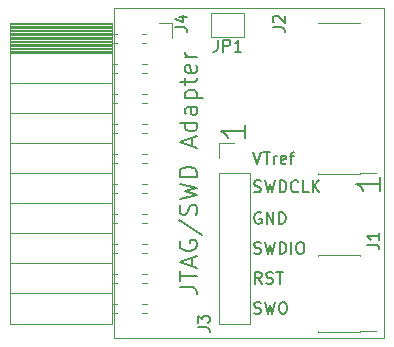
<source format=gbr>
G04 #@! TF.GenerationSoftware,KiCad,Pcbnew,(5.1.4)-1*
G04 #@! TF.CreationDate,2020-04-26T19:25:10+02:00*
G04 #@! TF.ProjectId,JtagArm20Adapter,4a746167-4172-46d3-9230-416461707465,rev?*
G04 #@! TF.SameCoordinates,Original*
G04 #@! TF.FileFunction,Legend,Top*
G04 #@! TF.FilePolarity,Positive*
%FSLAX46Y46*%
G04 Gerber Fmt 4.6, Leading zero omitted, Abs format (unit mm)*
G04 Created by KiCad (PCBNEW (5.1.4)-1) date 2020-04-26 19:25:10*
%MOMM*%
%LPD*%
G04 APERTURE LIST*
%ADD10C,0.160000*%
%ADD11C,0.200000*%
%ADD12C,0.050000*%
%ADD13C,0.120000*%
G04 APERTURE END LIST*
D10*
X150281476Y-105814761D02*
X150424333Y-105862380D01*
X150662428Y-105862380D01*
X150757666Y-105814761D01*
X150805285Y-105767142D01*
X150852904Y-105671904D01*
X150852904Y-105576666D01*
X150805285Y-105481428D01*
X150757666Y-105433809D01*
X150662428Y-105386190D01*
X150471952Y-105338571D01*
X150376714Y-105290952D01*
X150329095Y-105243333D01*
X150281476Y-105148095D01*
X150281476Y-105052857D01*
X150329095Y-104957619D01*
X150376714Y-104910000D01*
X150471952Y-104862380D01*
X150710047Y-104862380D01*
X150852904Y-104910000D01*
X151186238Y-104862380D02*
X151424333Y-105862380D01*
X151614809Y-105148095D01*
X151805285Y-105862380D01*
X152043380Y-104862380D01*
X152614809Y-104862380D02*
X152805285Y-104862380D01*
X152900523Y-104910000D01*
X152995761Y-105005238D01*
X153043380Y-105195714D01*
X153043380Y-105529047D01*
X152995761Y-105719523D01*
X152900523Y-105814761D01*
X152805285Y-105862380D01*
X152614809Y-105862380D01*
X152519571Y-105814761D01*
X152424333Y-105719523D01*
X152376714Y-105529047D01*
X152376714Y-105195714D01*
X152424333Y-105005238D01*
X152519571Y-104910000D01*
X152614809Y-104862380D01*
X150900523Y-103322380D02*
X150567190Y-102846190D01*
X150329095Y-103322380D02*
X150329095Y-102322380D01*
X150710047Y-102322380D01*
X150805285Y-102370000D01*
X150852904Y-102417619D01*
X150900523Y-102512857D01*
X150900523Y-102655714D01*
X150852904Y-102750952D01*
X150805285Y-102798571D01*
X150710047Y-102846190D01*
X150329095Y-102846190D01*
X151281476Y-103274761D02*
X151424333Y-103322380D01*
X151662428Y-103322380D01*
X151757666Y-103274761D01*
X151805285Y-103227142D01*
X151852904Y-103131904D01*
X151852904Y-103036666D01*
X151805285Y-102941428D01*
X151757666Y-102893809D01*
X151662428Y-102846190D01*
X151471952Y-102798571D01*
X151376714Y-102750952D01*
X151329095Y-102703333D01*
X151281476Y-102608095D01*
X151281476Y-102512857D01*
X151329095Y-102417619D01*
X151376714Y-102370000D01*
X151471952Y-102322380D01*
X151710047Y-102322380D01*
X151852904Y-102370000D01*
X152138619Y-102322380D02*
X152710047Y-102322380D01*
X152424333Y-103322380D02*
X152424333Y-102322380D01*
X150281476Y-100734761D02*
X150424333Y-100782380D01*
X150662428Y-100782380D01*
X150757666Y-100734761D01*
X150805285Y-100687142D01*
X150852904Y-100591904D01*
X150852904Y-100496666D01*
X150805285Y-100401428D01*
X150757666Y-100353809D01*
X150662428Y-100306190D01*
X150471952Y-100258571D01*
X150376714Y-100210952D01*
X150329095Y-100163333D01*
X150281476Y-100068095D01*
X150281476Y-99972857D01*
X150329095Y-99877619D01*
X150376714Y-99830000D01*
X150471952Y-99782380D01*
X150710047Y-99782380D01*
X150852904Y-99830000D01*
X151186238Y-99782380D02*
X151424333Y-100782380D01*
X151614809Y-100068095D01*
X151805285Y-100782380D01*
X152043380Y-99782380D01*
X152424333Y-100782380D02*
X152424333Y-99782380D01*
X152662428Y-99782380D01*
X152805285Y-99830000D01*
X152900523Y-99925238D01*
X152948142Y-100020476D01*
X152995761Y-100210952D01*
X152995761Y-100353809D01*
X152948142Y-100544285D01*
X152900523Y-100639523D01*
X152805285Y-100734761D01*
X152662428Y-100782380D01*
X152424333Y-100782380D01*
X153424333Y-100782380D02*
X153424333Y-99782380D01*
X154091000Y-99782380D02*
X154281476Y-99782380D01*
X154376714Y-99830000D01*
X154471952Y-99925238D01*
X154519571Y-100115714D01*
X154519571Y-100449047D01*
X154471952Y-100639523D01*
X154376714Y-100734761D01*
X154281476Y-100782380D01*
X154091000Y-100782380D01*
X153995761Y-100734761D01*
X153900523Y-100639523D01*
X153852904Y-100449047D01*
X153852904Y-100115714D01*
X153900523Y-99925238D01*
X153995761Y-99830000D01*
X154091000Y-99782380D01*
X150852904Y-97290000D02*
X150757666Y-97242380D01*
X150614809Y-97242380D01*
X150471952Y-97290000D01*
X150376714Y-97385238D01*
X150329095Y-97480476D01*
X150281476Y-97670952D01*
X150281476Y-97813809D01*
X150329095Y-98004285D01*
X150376714Y-98099523D01*
X150471952Y-98194761D01*
X150614809Y-98242380D01*
X150710047Y-98242380D01*
X150852904Y-98194761D01*
X150900523Y-98147142D01*
X150900523Y-97813809D01*
X150710047Y-97813809D01*
X151329095Y-98242380D02*
X151329095Y-97242380D01*
X151900523Y-98242380D01*
X151900523Y-97242380D01*
X152376714Y-98242380D02*
X152376714Y-97242380D01*
X152614809Y-97242380D01*
X152757666Y-97290000D01*
X152852904Y-97385238D01*
X152900523Y-97480476D01*
X152948142Y-97670952D01*
X152948142Y-97813809D01*
X152900523Y-98004285D01*
X152852904Y-98099523D01*
X152757666Y-98194761D01*
X152614809Y-98242380D01*
X152376714Y-98242380D01*
X150281476Y-95527761D02*
X150424333Y-95575380D01*
X150662428Y-95575380D01*
X150757666Y-95527761D01*
X150805285Y-95480142D01*
X150852904Y-95384904D01*
X150852904Y-95289666D01*
X150805285Y-95194428D01*
X150757666Y-95146809D01*
X150662428Y-95099190D01*
X150471952Y-95051571D01*
X150376714Y-95003952D01*
X150329095Y-94956333D01*
X150281476Y-94861095D01*
X150281476Y-94765857D01*
X150329095Y-94670619D01*
X150376714Y-94623000D01*
X150471952Y-94575380D01*
X150710047Y-94575380D01*
X150852904Y-94623000D01*
X151186238Y-94575380D02*
X151424333Y-95575380D01*
X151614809Y-94861095D01*
X151805285Y-95575380D01*
X152043380Y-94575380D01*
X152424333Y-95575380D02*
X152424333Y-94575380D01*
X152662428Y-94575380D01*
X152805285Y-94623000D01*
X152900523Y-94718238D01*
X152948142Y-94813476D01*
X152995761Y-95003952D01*
X152995761Y-95146809D01*
X152948142Y-95337285D01*
X152900523Y-95432523D01*
X152805285Y-95527761D01*
X152662428Y-95575380D01*
X152424333Y-95575380D01*
X153995761Y-95480142D02*
X153948142Y-95527761D01*
X153805285Y-95575380D01*
X153710047Y-95575380D01*
X153567190Y-95527761D01*
X153471952Y-95432523D01*
X153424333Y-95337285D01*
X153376714Y-95146809D01*
X153376714Y-95003952D01*
X153424333Y-94813476D01*
X153471952Y-94718238D01*
X153567190Y-94623000D01*
X153710047Y-94575380D01*
X153805285Y-94575380D01*
X153948142Y-94623000D01*
X153995761Y-94670619D01*
X154900523Y-95575380D02*
X154424333Y-95575380D01*
X154424333Y-94575380D01*
X155233857Y-95575380D02*
X155233857Y-94575380D01*
X155805285Y-95575380D02*
X155376714Y-95003952D01*
X155805285Y-94575380D02*
X155233857Y-95146809D01*
X150186238Y-92162380D02*
X150519571Y-93162380D01*
X150852904Y-92162380D01*
X151043380Y-92162380D02*
X151614809Y-92162380D01*
X151329095Y-93162380D02*
X151329095Y-92162380D01*
X151948142Y-93162380D02*
X151948142Y-92495714D01*
X151948142Y-92686190D02*
X151995761Y-92590952D01*
X152043380Y-92543333D01*
X152138619Y-92495714D01*
X152233857Y-92495714D01*
X152948142Y-93114761D02*
X152852904Y-93162380D01*
X152662428Y-93162380D01*
X152567190Y-93114761D01*
X152519571Y-93019523D01*
X152519571Y-92638571D01*
X152567190Y-92543333D01*
X152662428Y-92495714D01*
X152852904Y-92495714D01*
X152948142Y-92543333D01*
X152995761Y-92638571D01*
X152995761Y-92733809D01*
X152519571Y-92829047D01*
X153281476Y-92495714D02*
X153662428Y-92495714D01*
X153424333Y-93162380D02*
X153424333Y-92305238D01*
X153471952Y-92210000D01*
X153567190Y-92162380D01*
X153662428Y-92162380D01*
D11*
X143958571Y-103622857D02*
X145030000Y-103622857D01*
X145244285Y-103694285D01*
X145387142Y-103837142D01*
X145458571Y-104051428D01*
X145458571Y-104194285D01*
X143958571Y-103122857D02*
X143958571Y-102265714D01*
X145458571Y-102694285D02*
X143958571Y-102694285D01*
X145030000Y-101837142D02*
X145030000Y-101122857D01*
X145458571Y-101980000D02*
X143958571Y-101480000D01*
X145458571Y-100980000D01*
X144030000Y-99694285D02*
X143958571Y-99837142D01*
X143958571Y-100051428D01*
X144030000Y-100265714D01*
X144172857Y-100408571D01*
X144315714Y-100480000D01*
X144601428Y-100551428D01*
X144815714Y-100551428D01*
X145101428Y-100480000D01*
X145244285Y-100408571D01*
X145387142Y-100265714D01*
X145458571Y-100051428D01*
X145458571Y-99908571D01*
X145387142Y-99694285D01*
X145315714Y-99622857D01*
X144815714Y-99622857D01*
X144815714Y-99908571D01*
X143887142Y-97908571D02*
X145815714Y-99194285D01*
X145387142Y-97480000D02*
X145458571Y-97265714D01*
X145458571Y-96908571D01*
X145387142Y-96765714D01*
X145315714Y-96694285D01*
X145172857Y-96622857D01*
X145030000Y-96622857D01*
X144887142Y-96694285D01*
X144815714Y-96765714D01*
X144744285Y-96908571D01*
X144672857Y-97194285D01*
X144601428Y-97337142D01*
X144530000Y-97408571D01*
X144387142Y-97480000D01*
X144244285Y-97480000D01*
X144101428Y-97408571D01*
X144030000Y-97337142D01*
X143958571Y-97194285D01*
X143958571Y-96837142D01*
X144030000Y-96622857D01*
X143958571Y-96122857D02*
X145458571Y-95765714D01*
X144387142Y-95480000D01*
X145458571Y-95194285D01*
X143958571Y-94837142D01*
X145458571Y-94265714D02*
X143958571Y-94265714D01*
X143958571Y-93908571D01*
X144030000Y-93694285D01*
X144172857Y-93551428D01*
X144315714Y-93480000D01*
X144601428Y-93408571D01*
X144815714Y-93408571D01*
X145101428Y-93480000D01*
X145244285Y-93551428D01*
X145387142Y-93694285D01*
X145458571Y-93908571D01*
X145458571Y-94265714D01*
X145030000Y-91694285D02*
X145030000Y-90980000D01*
X145458571Y-91837142D02*
X143958571Y-91337142D01*
X145458571Y-90837142D01*
X145458571Y-89694285D02*
X143958571Y-89694285D01*
X145387142Y-89694285D02*
X145458571Y-89837142D01*
X145458571Y-90122857D01*
X145387142Y-90265714D01*
X145315714Y-90337142D01*
X145172857Y-90408571D01*
X144744285Y-90408571D01*
X144601428Y-90337142D01*
X144530000Y-90265714D01*
X144458571Y-90122857D01*
X144458571Y-89837142D01*
X144530000Y-89694285D01*
X145458571Y-88337142D02*
X144672857Y-88337142D01*
X144530000Y-88408571D01*
X144458571Y-88551428D01*
X144458571Y-88837142D01*
X144530000Y-88980000D01*
X145387142Y-88337142D02*
X145458571Y-88480000D01*
X145458571Y-88837142D01*
X145387142Y-88980000D01*
X145244285Y-89051428D01*
X145101428Y-89051428D01*
X144958571Y-88980000D01*
X144887142Y-88837142D01*
X144887142Y-88480000D01*
X144815714Y-88337142D01*
X144458571Y-87622857D02*
X145958571Y-87622857D01*
X144530000Y-87622857D02*
X144458571Y-87480000D01*
X144458571Y-87194285D01*
X144530000Y-87051428D01*
X144601428Y-86980000D01*
X144744285Y-86908571D01*
X145172857Y-86908571D01*
X145315714Y-86980000D01*
X145387142Y-87051428D01*
X145458571Y-87194285D01*
X145458571Y-87480000D01*
X145387142Y-87622857D01*
X144458571Y-86480000D02*
X144458571Y-85908571D01*
X143958571Y-86265714D02*
X145244285Y-86265714D01*
X145387142Y-86194285D01*
X145458571Y-86051428D01*
X145458571Y-85908571D01*
X145387142Y-84837142D02*
X145458571Y-84980000D01*
X145458571Y-85265714D01*
X145387142Y-85408571D01*
X145244285Y-85480000D01*
X144672857Y-85480000D01*
X144530000Y-85408571D01*
X144458571Y-85265714D01*
X144458571Y-84980000D01*
X144530000Y-84837142D01*
X144672857Y-84765714D01*
X144815714Y-84765714D01*
X144958571Y-85480000D01*
X145458571Y-84122857D02*
X144458571Y-84122857D01*
X144744285Y-84122857D02*
X144601428Y-84051428D01*
X144530000Y-83980000D01*
X144458571Y-83837142D01*
X144458571Y-83694285D01*
D10*
X149494761Y-89852571D02*
X149494761Y-90995428D01*
X149494761Y-90424000D02*
X147494761Y-90424000D01*
X147780476Y-90614476D01*
X147970952Y-90804952D01*
X148066190Y-90995428D01*
X160924761Y-94297571D02*
X160924761Y-95440428D01*
X160924761Y-94869000D02*
X158924761Y-94869000D01*
X159210476Y-95059476D01*
X159400952Y-95249952D01*
X159496190Y-95440428D01*
D12*
X138430000Y-107950000D02*
X138430000Y-80010000D01*
X161290000Y-107950000D02*
X138430000Y-107950000D01*
X161290000Y-80010000D02*
X161290000Y-107950000D01*
X138430000Y-80010000D02*
X161290000Y-80010000D01*
D13*
X142240000Y-81220000D02*
X143350000Y-81220000D01*
X143350000Y-81220000D02*
X143350000Y-82550000D01*
X129610000Y-81220000D02*
X129610000Y-106740000D01*
X129610000Y-106740000D02*
X138240000Y-106740000D01*
X138240000Y-81220000D02*
X138240000Y-106740000D01*
X129610000Y-81220000D02*
X138240000Y-81220000D01*
X129610000Y-104140000D02*
X138240000Y-104140000D01*
X129610000Y-101600000D02*
X138240000Y-101600000D01*
X129610000Y-99060000D02*
X138240000Y-99060000D01*
X129610000Y-96520000D02*
X138240000Y-96520000D01*
X129610000Y-93980000D02*
X138240000Y-93980000D01*
X129610000Y-91440000D02*
X138240000Y-91440000D01*
X129610000Y-88900000D02*
X138240000Y-88900000D01*
X129610000Y-86360000D02*
X138240000Y-86360000D01*
X129610000Y-83820000D02*
X138240000Y-83820000D01*
X140750000Y-105770000D02*
X141190000Y-105770000D01*
X138240000Y-105770000D02*
X138650000Y-105770000D01*
X140750000Y-105050000D02*
X141190000Y-105050000D01*
X138240000Y-105050000D02*
X138650000Y-105050000D01*
X140750000Y-103230000D02*
X141190000Y-103230000D01*
X138240000Y-103230000D02*
X138650000Y-103230000D01*
X140750000Y-102510000D02*
X141190000Y-102510000D01*
X138240000Y-102510000D02*
X138650000Y-102510000D01*
X140750000Y-100690000D02*
X141190000Y-100690000D01*
X138240000Y-100690000D02*
X138650000Y-100690000D01*
X140750000Y-99970000D02*
X141190000Y-99970000D01*
X138240000Y-99970000D02*
X138650000Y-99970000D01*
X140750000Y-98150000D02*
X141190000Y-98150000D01*
X138240000Y-98150000D02*
X138650000Y-98150000D01*
X140750000Y-97430000D02*
X141190000Y-97430000D01*
X138240000Y-97430000D02*
X138650000Y-97430000D01*
X140750000Y-95610000D02*
X141190000Y-95610000D01*
X138240000Y-95610000D02*
X138650000Y-95610000D01*
X140750000Y-94890000D02*
X141190000Y-94890000D01*
X138240000Y-94890000D02*
X138650000Y-94890000D01*
X140750000Y-93070000D02*
X141190000Y-93070000D01*
X138240000Y-93070000D02*
X138650000Y-93070000D01*
X140750000Y-92350000D02*
X141190000Y-92350000D01*
X138240000Y-92350000D02*
X138650000Y-92350000D01*
X140750000Y-90530000D02*
X141190000Y-90530000D01*
X138240000Y-90530000D02*
X138650000Y-90530000D01*
X140750000Y-89810000D02*
X141190000Y-89810000D01*
X138240000Y-89810000D02*
X138650000Y-89810000D01*
X140750000Y-87990000D02*
X141190000Y-87990000D01*
X138240000Y-87990000D02*
X138650000Y-87990000D01*
X140750000Y-87270000D02*
X141190000Y-87270000D01*
X138240000Y-87270000D02*
X138650000Y-87270000D01*
X140750000Y-85450000D02*
X141190000Y-85450000D01*
X138240000Y-85450000D02*
X138650000Y-85450000D01*
X140750000Y-84730000D02*
X141190000Y-84730000D01*
X138240000Y-84730000D02*
X138650000Y-84730000D01*
X140750000Y-82910000D02*
X141130000Y-82910000D01*
X138240000Y-82910000D02*
X138650000Y-82910000D01*
X140750000Y-82190000D02*
X141130000Y-82190000D01*
X138240000Y-82190000D02*
X138650000Y-82190000D01*
X129610000Y-83701900D02*
X138240000Y-83701900D01*
X129610000Y-83583805D02*
X138240000Y-83583805D01*
X129610000Y-83465710D02*
X138240000Y-83465710D01*
X129610000Y-83347615D02*
X138240000Y-83347615D01*
X129610000Y-83229520D02*
X138240000Y-83229520D01*
X129610000Y-83111425D02*
X138240000Y-83111425D01*
X129610000Y-82993330D02*
X138240000Y-82993330D01*
X129610000Y-82875235D02*
X138240000Y-82875235D01*
X129610000Y-82757140D02*
X138240000Y-82757140D01*
X129610000Y-82639045D02*
X138240000Y-82639045D01*
X129610000Y-82520950D02*
X138240000Y-82520950D01*
X129610000Y-82402855D02*
X138240000Y-82402855D01*
X129610000Y-82284760D02*
X138240000Y-82284760D01*
X129610000Y-82166665D02*
X138240000Y-82166665D01*
X129610000Y-82048570D02*
X138240000Y-82048570D01*
X129610000Y-81930475D02*
X138240000Y-81930475D01*
X129610000Y-81812380D02*
X138240000Y-81812380D01*
X129610000Y-81694285D02*
X138240000Y-81694285D01*
X129610000Y-81576190D02*
X138240000Y-81576190D01*
X129610000Y-81458095D02*
X138240000Y-81458095D01*
X129610000Y-81340000D02*
X138240000Y-81340000D01*
X149432300Y-82419700D02*
X146632300Y-82419700D01*
X146632300Y-82419700D02*
X146632300Y-80419700D01*
X146632300Y-80419700D02*
X149432300Y-80419700D01*
X149432300Y-80419700D02*
X149432300Y-82419700D01*
X147260000Y-91380000D02*
X148590000Y-91380000D01*
X147260000Y-92710000D02*
X147260000Y-91380000D01*
X147260000Y-93980000D02*
X149920000Y-93980000D01*
X149920000Y-93980000D02*
X149920000Y-106740000D01*
X147260000Y-93980000D02*
X147260000Y-106740000D01*
X147260000Y-106740000D02*
X149920000Y-106740000D01*
X155715000Y-81285000D02*
X155715000Y-81220000D01*
X159245000Y-81285000D02*
X159245000Y-81220000D01*
X155715000Y-94040000D02*
X155715000Y-93975000D01*
X159245000Y-94040000D02*
X159245000Y-93975000D01*
X160570000Y-93975000D02*
X159245000Y-93975000D01*
X159245000Y-81220000D02*
X155715000Y-81220000D01*
X159245000Y-94040000D02*
X155715000Y-94040000D01*
X155715000Y-100970000D02*
X155715000Y-100905000D01*
X159245000Y-100970000D02*
X159245000Y-100905000D01*
X155715000Y-107375000D02*
X155715000Y-107310000D01*
X159245000Y-107375000D02*
X159245000Y-107310000D01*
X160570000Y-107310000D02*
X159245000Y-107310000D01*
X159245000Y-100905000D02*
X155715000Y-100905000D01*
X159245000Y-107375000D02*
X155715000Y-107375000D01*
D10*
X143597380Y-81613333D02*
X144311666Y-81613333D01*
X144454523Y-81660952D01*
X144549761Y-81756190D01*
X144597380Y-81899047D01*
X144597380Y-81994285D01*
X143930714Y-80708571D02*
X144597380Y-80708571D01*
X143549761Y-80946666D02*
X144264047Y-81184761D01*
X144264047Y-80565714D01*
X147198966Y-82672080D02*
X147198966Y-83386366D01*
X147151347Y-83529223D01*
X147056109Y-83624461D01*
X146913252Y-83672080D01*
X146818014Y-83672080D01*
X147675157Y-83672080D02*
X147675157Y-82672080D01*
X148056109Y-82672080D01*
X148151347Y-82719700D01*
X148198966Y-82767319D01*
X148246585Y-82862557D01*
X148246585Y-83005414D01*
X148198966Y-83100652D01*
X148151347Y-83148271D01*
X148056109Y-83195890D01*
X147675157Y-83195890D01*
X149198966Y-83672080D02*
X148627538Y-83672080D01*
X148913252Y-83672080D02*
X148913252Y-82672080D01*
X148818014Y-82814938D01*
X148722776Y-82910176D01*
X148627538Y-82957795D01*
X145502380Y-107013333D02*
X146216666Y-107013333D01*
X146359523Y-107060952D01*
X146454761Y-107156190D01*
X146502380Y-107299047D01*
X146502380Y-107394285D01*
X145502380Y-106632380D02*
X145502380Y-106013333D01*
X145883333Y-106346666D01*
X145883333Y-106203809D01*
X145930952Y-106108571D01*
X145978571Y-106060952D01*
X146073809Y-106013333D01*
X146311904Y-106013333D01*
X146407142Y-106060952D01*
X146454761Y-106108571D01*
X146502380Y-106203809D01*
X146502380Y-106489523D01*
X146454761Y-106584761D01*
X146407142Y-106632380D01*
X151852380Y-81613333D02*
X152566666Y-81613333D01*
X152709523Y-81660952D01*
X152804761Y-81756190D01*
X152852380Y-81899047D01*
X152852380Y-81994285D01*
X151947619Y-81184761D02*
X151900000Y-81137142D01*
X151852380Y-81041904D01*
X151852380Y-80803809D01*
X151900000Y-80708571D01*
X151947619Y-80660952D01*
X152042857Y-80613333D01*
X152138095Y-80613333D01*
X152280952Y-80660952D01*
X152852380Y-81232380D01*
X152852380Y-80613333D01*
X159853380Y-100028333D02*
X160567666Y-100028333D01*
X160710523Y-100075952D01*
X160805761Y-100171190D01*
X160853380Y-100314047D01*
X160853380Y-100409285D01*
X160853380Y-99028333D02*
X160853380Y-99599761D01*
X160853380Y-99314047D02*
X159853380Y-99314047D01*
X159996238Y-99409285D01*
X160091476Y-99504523D01*
X160139095Y-99599761D01*
M02*

</source>
